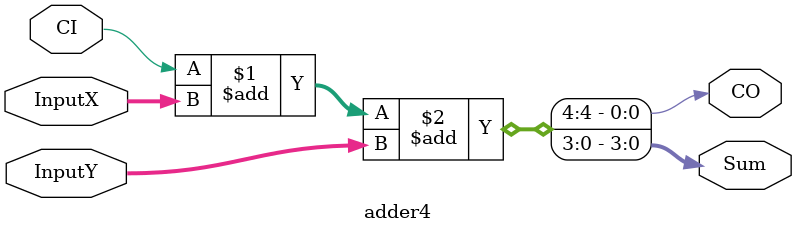
<source format=v>
module adder4 (InputX, InputY, CI, CO, Sum);

input [3:0] InputX, InputY;
input CI;
output CO;
output [3:0] Sum;

assign {CO, Sum} = CI + InputX + InputY;

endmodule


</source>
